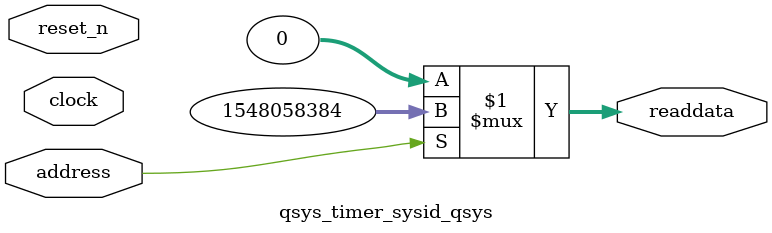
<source format=v>

`timescale 1ns / 1ps
// synthesis translate_on

// turn off superfluous verilog processor warnings 
// altera message_level Level1 
// altera message_off 10034 10035 10036 10037 10230 10240 10030 

module qsys_timer_sysid_qsys (
               // inputs:
                address,
                clock,
                reset_n,

               // outputs:
                readdata
             )
;

  output  [ 31: 0] readdata;
  input            address;
  input            clock;
  input            reset_n;

  wire    [ 31: 0] readdata;
  //control_slave, which is an e_avalon_slave
  assign readdata = address ? 1548058384 : 0;

endmodule




</source>
